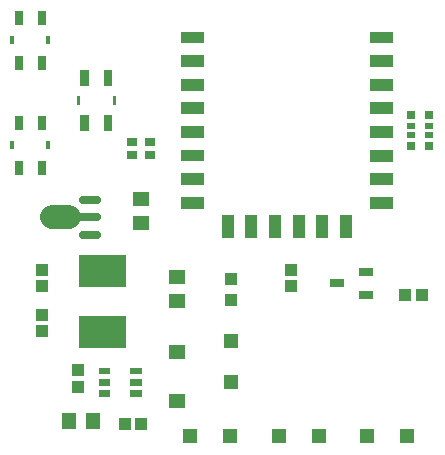
<source format=gtp>
G04 Layer: TopPasteMaskLayer*
G04 EasyEDA v6.3.22, 2020-01-08T21:12:26+01:00*
G04 b28a7935c23a4a24a3ae34985d5a7298,2d2f38d6ccaf4c36845c7e91a662877a,10*
G04 Gerber Generator version 0.2*
G04 Scale: 100 percent, Rotated: No, Reflected: No *
G04 Dimensions in millimeters *
G04 leading zeros omitted , absolute positions ,3 integer and 3 decimal *
%FSLAX33Y33*%
%MOMM*%
G90*
G71D02*

%ADD15C,0.699999*%
%ADD17C,1.999996*%
%ADD19R,0.700024X1.299997*%
%ADD20R,0.299974X0.700024*%
%ADD23R,1.250010X0.699999*%
%ADD24R,1.299997X1.299997*%
%ADD25R,0.990600X1.092200*%
%ADD26R,0.999998X1.099998*%
%ADD27R,0.929996X0.750011*%
%ADD28R,0.799998X0.750011*%
%ADD29R,0.799998X0.580009*%
%ADD31R,1.099998X0.999998*%
%ADD32R,1.470660X1.270000*%
%ADD34R,1.160018X1.450010*%
%ADD35R,1.450010X1.160018*%

%LPD*%
G54D15*
G01X9215Y28979D02*
G01X8015Y28979D01*
G01X9215Y31979D02*
G01X8015Y31979D01*
G01X9216Y30479D02*
G01X7816Y30479D01*
G54D17*
G01X6866Y30479D02*
G01X5366Y30479D01*
G36*
G01X10492Y42936D02*
G01X10492Y41635D01*
G01X9794Y41635D01*
G01X9794Y42936D01*
G01X10492Y42936D01*
G37*
G36*
G01X8493Y42936D02*
G01X8493Y41635D01*
G01X7792Y41635D01*
G01X7792Y42936D01*
G01X8493Y42936D01*
G37*
G36*
G01X10492Y39136D02*
G01X10492Y37835D01*
G01X9794Y37835D01*
G01X9794Y39136D01*
G01X10492Y39136D01*
G37*
G36*
G01X8493Y39136D02*
G01X8493Y37835D01*
G01X7792Y37835D01*
G01X7792Y39136D01*
G01X8493Y39136D01*
G37*
G36*
G01X10817Y40736D02*
G01X10817Y40035D01*
G01X10518Y40035D01*
G01X10518Y40736D01*
G01X10817Y40736D01*
G37*
G36*
G01X7769Y40736D02*
G01X7769Y40035D01*
G01X7470Y40035D01*
G01X7470Y40736D01*
G01X7769Y40736D01*
G37*
G36*
G01X16271Y46220D02*
G01X18272Y46220D01*
G01X18272Y45219D01*
G01X16271Y45219D01*
G01X16271Y46220D01*
G37*
G36*
G01X16271Y44218D02*
G01X18272Y44218D01*
G01X18272Y43220D01*
G01X16271Y43220D01*
G01X16271Y44218D01*
G37*
G36*
G01X16271Y42219D02*
G01X18272Y42219D01*
G01X18272Y41221D01*
G01X16271Y41221D01*
G01X16271Y42219D01*
G37*
G36*
G01X16271Y40220D02*
G01X18272Y40220D01*
G01X18272Y39220D01*
G01X16271Y39220D01*
G01X16271Y40220D01*
G37*
G36*
G01X16271Y38219D02*
G01X18272Y38219D01*
G01X18272Y37218D01*
G01X16271Y37218D01*
G01X16271Y38219D01*
G37*
G36*
G01X16271Y36220D02*
G01X18272Y36220D01*
G01X18272Y35219D01*
G01X16271Y35219D01*
G01X16271Y36220D01*
G37*
G36*
G01X16271Y34221D02*
G01X18272Y34221D01*
G01X18272Y33220D01*
G01X16271Y33220D01*
G01X16271Y34221D01*
G37*
G36*
G01X16273Y32219D02*
G01X18272Y32219D01*
G01X18272Y31219D01*
G01X16273Y31219D01*
G01X16273Y32219D01*
G37*
G36*
G01X19773Y28719D02*
G01X19773Y30718D01*
G01X20774Y30718D01*
G01X20774Y28719D01*
G01X19773Y28719D01*
G37*
G36*
G01X21770Y28719D02*
G01X21770Y30721D01*
G01X22771Y30721D01*
G01X22771Y28719D01*
G01X21770Y28719D01*
G37*
G36*
G01X23769Y28719D02*
G01X23769Y30718D01*
G01X24770Y30718D01*
G01X24770Y28719D01*
G01X23769Y28719D01*
G37*
G36*
G01X25770Y28719D02*
G01X25770Y30718D01*
G01X26771Y30718D01*
G01X26771Y28719D01*
G01X25770Y28719D01*
G37*
G36*
G01X27769Y28719D02*
G01X27769Y30718D01*
G01X28770Y30718D01*
G01X28770Y28719D01*
G01X27769Y28719D01*
G37*
G36*
G01X29771Y28719D02*
G01X29771Y30718D01*
G01X30769Y30718D01*
G01X30769Y28719D01*
G01X29771Y28719D01*
G37*
G36*
G01X34272Y31214D02*
G01X32273Y31214D01*
G01X32273Y32214D01*
G01X34272Y32214D01*
G01X34272Y31214D01*
G37*
G36*
G01X34274Y33218D02*
G01X32273Y33218D01*
G01X32273Y34218D01*
G01X34274Y34218D01*
G01X34274Y33218D01*
G37*
G36*
G01X34274Y35217D02*
G01X32275Y35217D01*
G01X32275Y36215D01*
G01X34274Y36215D01*
G01X34274Y35217D01*
G37*
G36*
G01X34274Y37216D02*
G01X32273Y37216D01*
G01X32273Y38216D01*
G01X34274Y38216D01*
G01X34274Y37216D01*
G37*
G36*
G01X34272Y39217D02*
G01X32273Y39217D01*
G01X32273Y40218D01*
G01X34272Y40218D01*
G01X34272Y39217D01*
G37*
G36*
G01X34274Y41216D02*
G01X32273Y41216D01*
G01X32273Y42217D01*
G01X34274Y42217D01*
G01X34274Y41216D01*
G37*
G36*
G01X34274Y43218D02*
G01X32273Y43218D01*
G01X32273Y44216D01*
G01X34274Y44216D01*
G01X34274Y43218D01*
G37*
G36*
G01X34274Y45217D02*
G01X32273Y45217D01*
G01X32273Y46217D01*
G01X34274Y46217D01*
G01X34274Y45217D01*
G37*
G54D19*
G01X4556Y47365D03*
G01X2556Y47365D03*
G01X4556Y43566D03*
G01X2556Y43566D03*
G54D20*
G01X5080Y45466D03*
G01X2032Y45466D03*
G54D19*
G01X2556Y34676D03*
G01X4556Y34676D03*
G01X2556Y38475D03*
G01X4556Y38475D03*
G54D20*
G01X2032Y36576D03*
G01X5080Y36576D03*
G54D23*
G01X29484Y24892D03*
G01X31983Y25841D03*
G01X31983Y23942D03*
G54D24*
G01X35482Y11938D03*
G01X32082Y11938D03*
G01X20496Y11938D03*
G01X17096Y11938D03*
G01X24589Y11938D03*
G01X27989Y11938D03*
G01X20574Y19988D03*
G01X20574Y16587D03*
G54D25*
G01X20574Y25234D03*
G01X20574Y23533D03*
G54D26*
G01X36706Y23876D03*
G01X35306Y23876D03*
G54D27*
G01X13716Y35730D03*
G01X12176Y35730D03*
G01X12176Y36830D03*
G01X13716Y36830D03*
G54D28*
G01X37346Y36495D03*
G01X35806Y36495D03*
G54D29*
G01X37346Y37445D03*
G01X35806Y37445D03*
G01X37346Y38246D03*
G01X35806Y38246D03*
G54D28*
G01X37346Y39196D03*
G01X35806Y39196D03*
G36*
G01X13026Y15285D02*
G01X12025Y15285D01*
G01X12025Y15834D01*
G01X13026Y15834D01*
G01X13026Y15285D01*
G37*
G36*
G01X13026Y16235D02*
G01X12025Y16235D01*
G01X12025Y16784D01*
G01X13026Y16784D01*
G01X13026Y16235D01*
G37*
G36*
G01X13026Y17185D02*
G01X12025Y17185D01*
G01X12025Y17734D01*
G01X13026Y17734D01*
G01X13026Y17185D01*
G37*
G36*
G01X10326Y17185D02*
G01X9325Y17185D01*
G01X9325Y17734D01*
G01X10326Y17734D01*
G01X10326Y17185D01*
G37*
G36*
G01X10326Y15285D02*
G01X9325Y15285D01*
G01X9325Y15834D01*
G01X10326Y15834D01*
G01X10326Y15285D01*
G37*
G36*
G01X10326Y16235D02*
G01X9325Y16235D01*
G01X9325Y16784D01*
G01X10326Y16784D01*
G01X10326Y16235D01*
G37*
G54D26*
G01X12954Y12954D03*
G01X11554Y12954D03*
G54D31*
G01X7620Y16126D03*
G01X7620Y17526D03*
G54D32*
G01X16002Y19075D03*
G01X16002Y14960D03*
G36*
G01X7653Y19469D02*
G01X7653Y22169D01*
G01X11651Y22169D01*
G01X11651Y19469D01*
G01X7653Y19469D01*
G37*
G36*
G01X7653Y24569D02*
G01X7653Y27269D01*
G01X11651Y27269D01*
G01X11651Y24569D01*
G01X7653Y24569D01*
G37*
G54D31*
G01X4572Y24638D03*
G01X4572Y26037D03*
G01X4572Y20827D03*
G01X4572Y22227D03*
G54D34*
G01X8890Y13208D03*
G01X6858Y13208D03*
G54D35*
G01X16002Y23368D03*
G01X16002Y25400D03*
G01X12954Y32004D03*
G01X12954Y29972D03*
G54D31*
G01X25654Y24639D03*
G01X25654Y26038D03*
M00*
M02*

</source>
